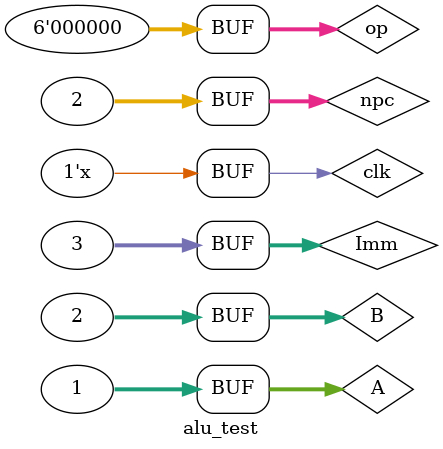
<source format=v>
`timescale 1ns / 1ps


module alu_test();
	
reg clk;

initial
begin
    clk = 0; 
end

always
begin
    #10 clk<=~clk;
end
	
reg [5:0]op;
reg [31:0]npc;
reg [31:0]A;
reg [31:0]B;
reg [31:0]Imm;	
	
initial
begin
	op = 6'b00_0000;
	npc = 32'h0000_0002;
	A = 32'h0000_0001;
	B = 32'h0000_0002;
	Imm = 32'h0000_0003;
end	
	
wire ife;
wire [31:0]alu_o;
wire [31:0]addr_o;
	
alu alu_test(op,npc,A,B,Imm,ife,alu_o,addr_o);
	
	
	
	
	
	
	
	
	
	
	
	
	
	
	
endmodule

</source>
